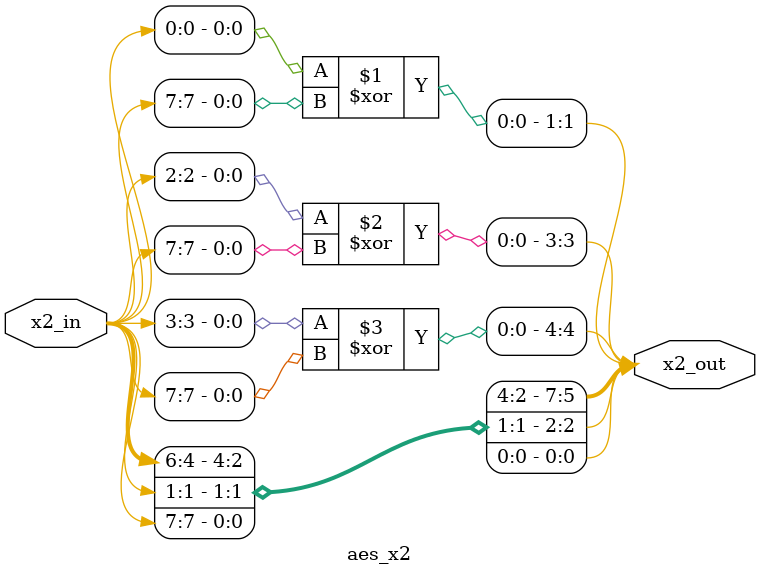
<source format=v>

module aes_mixcolumns(
					  input  wire enc,					//-- Encryption -> 1 | Decryption -> 0 
					  input  wire [31:0] vector_in,		//-- Input Data
					  output wire [31:0] vector_out		//-- Output Data
					  );
  
    
    //------------------------------------------------------------------------------------------------
	//-- MixColumns Sublayer    
	//------------------------------------------------------------------------------------------------
	
	wire [7:0] B3, B2, B1, B0;
	wire [7:0] C3, C2, C1, C0;
	
	assign B3 = vector_in[31:24];
	assign B2 = vector_in[23:16];
	assign B1 = vector_in[15:8];
	assign B0 = vector_in[7:0];
	
	//-- Matrix Product Generators
	wire [7:0] x01_09_3, x01_09_2, x01_09_1, x01_09_0;
	wire [7:0] x03_0B_3, x03_0B_2, x03_0B_1, x03_0B_0;
	wire [7:0] x01_0D_3, x01_0D_2, x01_0D_1, x01_0D_0;
	wire [7:0] x02_0E_3, x02_0E_2, x02_0E_1, x02_0E_0;
	
	aes_matprod_gen product_generator_3(
										.enc(enc),
										.vec_in(B3),
										.x01_09(x01_09_3),
										.x03_0B(x03_0B_3),
										.x01_0D(x01_0D_3),
										.x02_0E(x02_0E_3)
										);
	
	aes_matprod_gen product_generator_2(
										.enc(enc),
										.vec_in(B2),
										.x01_09(x01_09_2),
										.x03_0B(x03_0B_2),
										.x01_0D(x01_0D_2),
										.x02_0E(x02_0E_2)
										);
	
	aes_matprod_gen product_generator_1(
										.enc(enc),
										.vec_in(B1),
										.x01_09(x01_09_1),
										.x03_0B(x03_0B_1),
										.x01_0D(x01_0D_1),
										.x02_0E(x02_0E_1)
										);
										
	aes_matprod_gen product_generator_0(
										.enc(enc),
										.vec_in(B0),
										.x01_09(x01_09_0),
										.x03_0B(x03_0B_0),
										.x01_0D(x01_0D_0),
										.x02_0E(x02_0E_0)
										);
									
	
	assign C3 = x02_0E_3 ^ x03_0B_2 ^ x01_0D_1 ^ x01_09_0;
	assign C2 = x01_09_3 ^ x02_0E_2 ^ x03_0B_1 ^ x01_0D_0;
	assign C1 = x01_0D_3 ^ x01_09_2 ^ x02_0E_1 ^ x03_0B_0;
	assign C0 = x03_0B_3 ^ x01_0D_2 ^ x01_09_1 ^ x02_0E_0;

	assign vector_out = {C3, C2, C1, C0};

	
endmodule


/////////////////////////////////////////////////////////////////////////////////////////////////////////////////////
//-- Matrix Product Generator
/////////////////////////////////////////////////////////////////////////////////////////////////////////////////////

module aes_matprod_gen(
					   input  wire enc,				//-- Encryption/Decryption Mode
					   input  wire [7:0] vec_in,	//-- Vector Element Input a
					   output wire [7:0] x01_09,	//-- a*01 / a*09
					   output wire [7:0] x03_0B,	//-- a*03 / a*0B
					   output wire [7:0] x01_0D,    //-- a*01 / a*0D
					   output wire [7:0] x02_0E     //-- a*02 / a*0E
					   );
	
	
	//-- Multiplication by constant polynomial x^n:
	wire [7:0] x01;
	wire [7:0] x02;
	wire [7:0] x04;
	wire [7:0] x08;
	
	aes_x2n x2n(
				.enc(enc),
				.vec_in(vec_in),
				.x01(x01),
				.x02(x02),
				.x04(x04),
				.x08(x08)
				);
	
	assign x01_09 = x01 ^ x08;
	assign x03_0B = x02 ^ x01_09;
	assign x01_0D = x04 ^ x01_09;
	assign x02_0E = x02 ^ x04 ^ x08;


endmodule	


/////////////////////////////////////////////////////////////////////////////////////////////////////////////////////
//-- Multiplication by constant polynomial x^n: a*x^n, 0 <= n <= 3  ({ a*01, a*02, a*04, a*08})
/////////////////////////////////////////////////////////////////////////////////////////////////////////////////////

module aes_x2n(
			   input  wire enc,
			   input  wire [7:0] vec_in,
			   output wire [7:0] x01,
			   output wire [7:0] x02,
			   output wire [7:0] x04,
			   output wire [7:0] x08
			   );
	
	
	//-- Identity Multiplication
	assign x01 = vec_in;
	
	//-- Multiplication by x
	aes_x2 x2_1(
				.x2_in(vec_in),
				.x2_out(x02)
				);
	
	//-- Encryption Condition
	wire [7:0] x02_enc;
	assign x02_enc = (enc) ? 8'b0 : x02; 
	
	//-- Multiplication by x^2
	aes_x2 x2_2(
				.x2_in(x02_enc),
				.x2_out(x04)
				);
	
	//-- Multiplication by x^3
	aes_x2 x2_3(
				.x2_in(x04),
				.x2_out(x08)
				);

endmodule


/////////////////////////////////////////////////////////////////////////////////////////////////////////////////////
//-- Multiplication by constant polynomial x: a*x (a*02)
/////////////////////////////////////////////////////////////////////////////////////////////////////////////////////

module aes_x2(
			  input  wire [7:0] x2_in,
			  output wire [7:0] x2_out
			  );
			  
	assign x2_out = {x2_in[6], x2_in[5], x2_in[4], x2_in[3] ^ x2_in[7], x2_in[2] ^ x2_in[7], x2_in[1], x2_in[0] ^ x2_in[7], x2_in[7]};


endmodule


</source>
